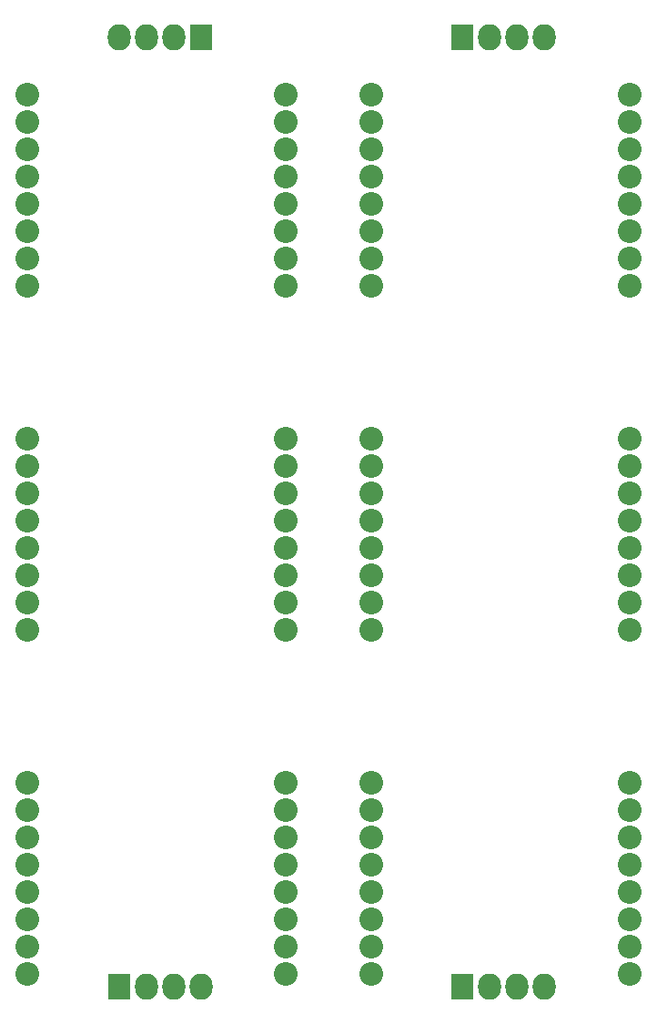
<source format=gbr>
G04 #@! TF.FileFunction,Soldermask,Bot*
%FSLAX46Y46*%
G04 Gerber Fmt 4.6, Leading zero omitted, Abs format (unit mm)*
G04 Created by KiCad (PCBNEW 4.0.2-1.fc23-product) date pon, 8 sie 2016, 18:36:25*
%MOMM*%
G01*
G04 APERTURE LIST*
%ADD10C,0.100000*%
%ADD11C,2.206400*%
%ADD12R,2.133600X2.438400*%
%ADD13O,2.133600X2.438400*%
G04 APERTURE END LIST*
D10*
D11*
X111319000Y-93012500D03*
X111319000Y-90472500D03*
X111319000Y-87932500D03*
X111319000Y-85392500D03*
X111319000Y-82852500D03*
X111319000Y-80312500D03*
X111319000Y-77772500D03*
X111319000Y-75232500D03*
X135319000Y-93012500D03*
X135319000Y-90472500D03*
X135319000Y-87932500D03*
X135319000Y-85392500D03*
X135319000Y-82852500D03*
X135319000Y-80312500D03*
X135319000Y-77772500D03*
X135319000Y-75232500D03*
X111319000Y-125016500D03*
X111319000Y-122476500D03*
X111319000Y-119936500D03*
X111319000Y-117396500D03*
X111319000Y-114856500D03*
X111319000Y-112316500D03*
X111319000Y-109776500D03*
X111319000Y-107236500D03*
X135319000Y-125016500D03*
X135319000Y-122476500D03*
X135319000Y-119936500D03*
X135319000Y-117396500D03*
X135319000Y-114856500D03*
X135319000Y-112316500D03*
X135319000Y-109776500D03*
X135319000Y-107236500D03*
X143323000Y-93012500D03*
X143323000Y-90472500D03*
X143323000Y-87932500D03*
X143323000Y-85392500D03*
X143323000Y-82852500D03*
X143323000Y-80312500D03*
X143323000Y-77772500D03*
X143323000Y-75232500D03*
X167323000Y-93012500D03*
X167323000Y-90472500D03*
X167323000Y-87932500D03*
X167323000Y-85392500D03*
X167323000Y-82852500D03*
X167323000Y-80312500D03*
X167323000Y-77772500D03*
X167323000Y-75232500D03*
X143323000Y-61008500D03*
X143323000Y-58468500D03*
X143323000Y-55928500D03*
X143323000Y-53388500D03*
X143323000Y-50848500D03*
X143323000Y-48308500D03*
X143323000Y-45768500D03*
X143323000Y-43228500D03*
X167323000Y-61008500D03*
X167323000Y-58468500D03*
X167323000Y-55928500D03*
X167323000Y-53388500D03*
X167323000Y-50848500D03*
X167323000Y-48308500D03*
X167323000Y-45768500D03*
X167323000Y-43228500D03*
X143323000Y-125016500D03*
X143323000Y-122476500D03*
X143323000Y-119936500D03*
X143323000Y-117396500D03*
X143323000Y-114856500D03*
X143323000Y-112316500D03*
X143323000Y-109776500D03*
X143323000Y-107236500D03*
X167323000Y-125016500D03*
X167323000Y-122476500D03*
X167323000Y-119936500D03*
X167323000Y-117396500D03*
X167323000Y-114856500D03*
X167323000Y-112316500D03*
X167323000Y-109776500D03*
X167323000Y-107236500D03*
D12*
X127508000Y-37909500D03*
D13*
X124968000Y-37909500D03*
X122428000Y-37909500D03*
X119888000Y-37909500D03*
D12*
X151765000Y-37909500D03*
D13*
X154305000Y-37909500D03*
X156845000Y-37909500D03*
X159385000Y-37909500D03*
D12*
X119888000Y-126174500D03*
D13*
X122428000Y-126174500D03*
X124968000Y-126174500D03*
X127508000Y-126174500D03*
D12*
X151765000Y-126174500D03*
D13*
X154305000Y-126174500D03*
X156845000Y-126174500D03*
X159385000Y-126174500D03*
D11*
X111319000Y-61008500D03*
X111319000Y-58468500D03*
X111319000Y-55928500D03*
X111319000Y-53388500D03*
X111319000Y-50848500D03*
X111319000Y-48308500D03*
X111319000Y-45768500D03*
X111319000Y-43228500D03*
X135319000Y-61008500D03*
X135319000Y-58468500D03*
X135319000Y-55928500D03*
X135319000Y-53388500D03*
X135319000Y-50848500D03*
X135319000Y-48308500D03*
X135319000Y-45768500D03*
X135319000Y-43228500D03*
M02*

</source>
